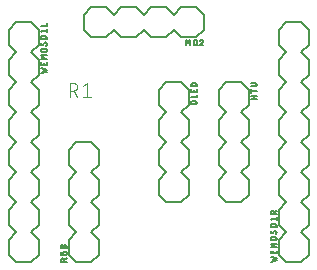
<source format=gbr>
G04 EAGLE Gerber X2 export*
%TF.Part,Single*%
%TF.FileFunction,Legend,Top,1*%
%TF.FilePolarity,Positive*%
%TF.GenerationSoftware,Autodesk,EAGLE,9.1.1*%
%TF.CreationDate,2018-08-03T17:53:41Z*%
G75*
%MOMM*%
%FSLAX34Y34*%
%LPD*%
%AMOC8*
5,1,8,0,0,1.08239X$1,22.5*%
G01*
%ADD10C,0.203200*%
%ADD11C,0.127000*%
%ADD12C,0.101600*%


D10*
X215900Y95250D02*
X215900Y82550D01*
X209550Y76200D01*
X196850Y76200D02*
X190500Y82550D01*
X215900Y120650D02*
X209550Y127000D01*
X215900Y120650D02*
X215900Y107950D01*
X209550Y101600D01*
X196850Y101600D02*
X190500Y107950D01*
X190500Y120650D01*
X196850Y127000D01*
X209550Y101600D02*
X215900Y95250D01*
X196850Y101600D02*
X190500Y95250D01*
X190500Y82550D01*
X215900Y158750D02*
X215900Y171450D01*
X215900Y158750D02*
X209550Y152400D01*
X196850Y152400D02*
X190500Y158750D01*
X209550Y152400D02*
X215900Y146050D01*
X215900Y133350D01*
X209550Y127000D01*
X196850Y127000D02*
X190500Y133350D01*
X190500Y146050D01*
X196850Y152400D01*
X196850Y177800D02*
X209550Y177800D01*
X215900Y171450D01*
X196850Y177800D02*
X190500Y171450D01*
X190500Y158750D01*
X196850Y76200D02*
X209550Y76200D01*
D11*
X217805Y163877D02*
X222631Y163877D01*
X219950Y163877D02*
X219950Y166558D01*
X217805Y166558D02*
X222631Y166558D01*
X222631Y170521D02*
X217805Y170521D01*
X217805Y169180D02*
X217805Y171862D01*
X217805Y174484D02*
X221290Y174484D01*
X221290Y174483D02*
X221361Y174485D01*
X221433Y174491D01*
X221503Y174500D01*
X221573Y174513D01*
X221643Y174530D01*
X221711Y174551D01*
X221778Y174575D01*
X221844Y174603D01*
X221908Y174634D01*
X221971Y174669D01*
X222031Y174707D01*
X222090Y174748D01*
X222146Y174792D01*
X222200Y174839D01*
X222251Y174888D01*
X222299Y174941D01*
X222345Y174996D01*
X222387Y175053D01*
X222427Y175113D01*
X222463Y175174D01*
X222496Y175238D01*
X222525Y175303D01*
X222551Y175369D01*
X222574Y175437D01*
X222593Y175506D01*
X222608Y175576D01*
X222619Y175646D01*
X222627Y175717D01*
X222631Y175788D01*
X222631Y175860D01*
X222627Y175931D01*
X222619Y176002D01*
X222608Y176072D01*
X222593Y176142D01*
X222574Y176211D01*
X222551Y176279D01*
X222525Y176345D01*
X222496Y176410D01*
X222463Y176474D01*
X222427Y176535D01*
X222387Y176595D01*
X222345Y176652D01*
X222299Y176707D01*
X222251Y176760D01*
X222200Y176809D01*
X222146Y176856D01*
X222090Y176900D01*
X222031Y176941D01*
X221971Y176979D01*
X221908Y177014D01*
X221844Y177045D01*
X221778Y177073D01*
X221711Y177097D01*
X221643Y177118D01*
X221573Y177135D01*
X221503Y177148D01*
X221433Y177157D01*
X221361Y177163D01*
X221290Y177165D01*
X217805Y177165D01*
D10*
X95250Y215900D02*
X82550Y215900D01*
X76200Y222250D01*
X76200Y234950D02*
X82550Y241300D01*
X120650Y215900D02*
X127000Y222250D01*
X120650Y215900D02*
X107950Y215900D01*
X101600Y222250D01*
X101600Y234950D02*
X107950Y241300D01*
X120650Y241300D01*
X127000Y234950D01*
X101600Y222250D02*
X95250Y215900D01*
X101600Y234950D02*
X95250Y241300D01*
X82550Y241300D01*
X158750Y215900D02*
X171450Y215900D01*
X158750Y215900D02*
X152400Y222250D01*
X152400Y234950D02*
X158750Y241300D01*
X152400Y222250D02*
X146050Y215900D01*
X133350Y215900D01*
X127000Y222250D01*
X127000Y234950D02*
X133350Y241300D01*
X146050Y241300D01*
X152400Y234950D01*
X177800Y234950D02*
X177800Y222250D01*
X171450Y215900D01*
X177800Y234950D02*
X171450Y241300D01*
X158750Y241300D01*
X76200Y234950D02*
X76200Y222250D01*
D11*
X162512Y213995D02*
X162512Y209169D01*
X164120Y211314D02*
X162512Y213995D01*
X164120Y211314D02*
X165729Y213995D01*
X165729Y209169D01*
X169392Y210510D02*
X169392Y212654D01*
X169391Y212654D02*
X169393Y212725D01*
X169399Y212797D01*
X169408Y212867D01*
X169421Y212937D01*
X169438Y213007D01*
X169459Y213075D01*
X169483Y213142D01*
X169511Y213208D01*
X169542Y213272D01*
X169577Y213335D01*
X169615Y213395D01*
X169656Y213454D01*
X169700Y213510D01*
X169747Y213564D01*
X169796Y213615D01*
X169849Y213663D01*
X169904Y213709D01*
X169961Y213751D01*
X170021Y213791D01*
X170082Y213827D01*
X170146Y213860D01*
X170211Y213889D01*
X170277Y213915D01*
X170345Y213938D01*
X170414Y213957D01*
X170484Y213972D01*
X170554Y213983D01*
X170625Y213991D01*
X170696Y213995D01*
X170768Y213995D01*
X170839Y213991D01*
X170910Y213983D01*
X170980Y213972D01*
X171050Y213957D01*
X171119Y213938D01*
X171187Y213915D01*
X171253Y213889D01*
X171318Y213860D01*
X171382Y213827D01*
X171443Y213791D01*
X171503Y213751D01*
X171560Y213709D01*
X171615Y213663D01*
X171668Y213615D01*
X171717Y213564D01*
X171764Y213510D01*
X171808Y213454D01*
X171849Y213395D01*
X171887Y213335D01*
X171922Y213272D01*
X171953Y213208D01*
X171981Y213142D01*
X172005Y213075D01*
X172026Y213007D01*
X172043Y212937D01*
X172056Y212867D01*
X172065Y212797D01*
X172071Y212725D01*
X172073Y212654D01*
X172073Y210510D01*
X172071Y210439D01*
X172065Y210367D01*
X172056Y210297D01*
X172043Y210227D01*
X172026Y210157D01*
X172005Y210089D01*
X171981Y210022D01*
X171953Y209956D01*
X171922Y209892D01*
X171887Y209829D01*
X171849Y209769D01*
X171808Y209710D01*
X171764Y209654D01*
X171717Y209600D01*
X171668Y209549D01*
X171615Y209501D01*
X171560Y209455D01*
X171503Y209413D01*
X171443Y209373D01*
X171382Y209337D01*
X171318Y209304D01*
X171253Y209275D01*
X171187Y209249D01*
X171119Y209226D01*
X171050Y209207D01*
X170980Y209192D01*
X170910Y209181D01*
X170839Y209173D01*
X170768Y209169D01*
X170696Y209169D01*
X170625Y209173D01*
X170554Y209181D01*
X170484Y209192D01*
X170414Y209207D01*
X170345Y209226D01*
X170277Y209249D01*
X170211Y209275D01*
X170146Y209304D01*
X170082Y209337D01*
X170021Y209373D01*
X169961Y209413D01*
X169904Y209455D01*
X169849Y209501D01*
X169796Y209549D01*
X169747Y209600D01*
X169700Y209654D01*
X169656Y209710D01*
X169615Y209769D01*
X169577Y209829D01*
X169542Y209892D01*
X169511Y209956D01*
X169483Y210022D01*
X169459Y210089D01*
X169438Y210157D01*
X169421Y210227D01*
X169408Y210297D01*
X169399Y210367D01*
X169393Y210439D01*
X169391Y210510D01*
X171537Y210241D02*
X172609Y209169D01*
X177166Y212788D02*
X177164Y212856D01*
X177158Y212923D01*
X177149Y212990D01*
X177136Y213057D01*
X177119Y213122D01*
X177098Y213187D01*
X177074Y213250D01*
X177046Y213312D01*
X177015Y213372D01*
X176981Y213430D01*
X176943Y213486D01*
X176903Y213541D01*
X176859Y213592D01*
X176812Y213641D01*
X176763Y213688D01*
X176712Y213732D01*
X176657Y213772D01*
X176601Y213810D01*
X176543Y213844D01*
X176483Y213875D01*
X176421Y213903D01*
X176358Y213927D01*
X176293Y213948D01*
X176228Y213965D01*
X176161Y213978D01*
X176094Y213987D01*
X176027Y213993D01*
X175959Y213995D01*
X175881Y213993D01*
X175803Y213987D01*
X175726Y213977D01*
X175649Y213964D01*
X175573Y213946D01*
X175498Y213925D01*
X175424Y213900D01*
X175352Y213871D01*
X175281Y213839D01*
X175212Y213803D01*
X175144Y213764D01*
X175079Y213721D01*
X175016Y213675D01*
X174955Y213626D01*
X174897Y213574D01*
X174842Y213519D01*
X174789Y213462D01*
X174740Y213402D01*
X174693Y213339D01*
X174650Y213275D01*
X174610Y213208D01*
X174573Y213139D01*
X174540Y213068D01*
X174510Y212996D01*
X174484Y212923D01*
X176763Y211850D02*
X176812Y211899D01*
X176859Y211951D01*
X176902Y212006D01*
X176943Y212063D01*
X176981Y212122D01*
X177015Y212183D01*
X177046Y212246D01*
X177074Y212310D01*
X177098Y212376D01*
X177118Y212442D01*
X177135Y212510D01*
X177148Y212579D01*
X177157Y212648D01*
X177163Y212718D01*
X177165Y212788D01*
X176763Y211850D02*
X174484Y209169D01*
X177165Y209169D01*
D10*
X165100Y95250D02*
X165100Y82550D01*
X158750Y76200D01*
X146050Y76200D02*
X139700Y82550D01*
X165100Y120650D02*
X158750Y127000D01*
X165100Y120650D02*
X165100Y107950D01*
X158750Y101600D01*
X146050Y101600D02*
X139700Y107950D01*
X139700Y120650D01*
X146050Y127000D01*
X158750Y101600D02*
X165100Y95250D01*
X146050Y101600D02*
X139700Y95250D01*
X139700Y82550D01*
X165100Y158750D02*
X165100Y171450D01*
X165100Y158750D02*
X158750Y152400D01*
X146050Y152400D02*
X139700Y158750D01*
X158750Y152400D02*
X165100Y146050D01*
X165100Y133350D01*
X158750Y127000D01*
X146050Y127000D02*
X139700Y133350D01*
X139700Y146050D01*
X146050Y152400D01*
X146050Y177800D02*
X158750Y177800D01*
X165100Y171450D01*
X146050Y177800D02*
X139700Y171450D01*
X139700Y158750D01*
X146050Y76200D02*
X158750Y76200D01*
D11*
X168346Y159305D02*
X170490Y159305D01*
X168346Y159305D02*
X168275Y159307D01*
X168203Y159313D01*
X168133Y159322D01*
X168063Y159335D01*
X167993Y159352D01*
X167925Y159373D01*
X167858Y159397D01*
X167792Y159425D01*
X167728Y159456D01*
X167665Y159491D01*
X167605Y159529D01*
X167546Y159570D01*
X167490Y159614D01*
X167436Y159661D01*
X167385Y159710D01*
X167337Y159763D01*
X167291Y159818D01*
X167249Y159875D01*
X167209Y159935D01*
X167173Y159996D01*
X167140Y160060D01*
X167111Y160125D01*
X167085Y160191D01*
X167062Y160259D01*
X167043Y160328D01*
X167028Y160398D01*
X167017Y160468D01*
X167009Y160539D01*
X167005Y160610D01*
X167005Y160682D01*
X167009Y160753D01*
X167017Y160824D01*
X167028Y160894D01*
X167043Y160964D01*
X167062Y161033D01*
X167085Y161101D01*
X167111Y161167D01*
X167140Y161232D01*
X167173Y161296D01*
X167209Y161357D01*
X167249Y161417D01*
X167291Y161474D01*
X167337Y161529D01*
X167385Y161582D01*
X167436Y161631D01*
X167490Y161678D01*
X167546Y161722D01*
X167605Y161763D01*
X167665Y161801D01*
X167728Y161836D01*
X167792Y161867D01*
X167858Y161895D01*
X167925Y161919D01*
X167993Y161940D01*
X168063Y161957D01*
X168133Y161970D01*
X168203Y161979D01*
X168275Y161985D01*
X168346Y161987D01*
X168346Y161986D02*
X170490Y161986D01*
X170490Y161987D02*
X170561Y161985D01*
X170633Y161979D01*
X170703Y161970D01*
X170773Y161957D01*
X170843Y161940D01*
X170911Y161919D01*
X170978Y161895D01*
X171044Y161867D01*
X171108Y161836D01*
X171171Y161801D01*
X171231Y161763D01*
X171290Y161722D01*
X171346Y161678D01*
X171400Y161631D01*
X171451Y161582D01*
X171499Y161529D01*
X171545Y161474D01*
X171587Y161417D01*
X171627Y161357D01*
X171663Y161296D01*
X171696Y161232D01*
X171725Y161167D01*
X171751Y161101D01*
X171774Y161033D01*
X171793Y160964D01*
X171808Y160894D01*
X171819Y160824D01*
X171827Y160753D01*
X171831Y160682D01*
X171831Y160610D01*
X171827Y160539D01*
X171819Y160468D01*
X171808Y160398D01*
X171793Y160328D01*
X171774Y160259D01*
X171751Y160191D01*
X171725Y160125D01*
X171696Y160060D01*
X171663Y159996D01*
X171627Y159935D01*
X171587Y159875D01*
X171545Y159818D01*
X171499Y159763D01*
X171451Y159710D01*
X171400Y159661D01*
X171346Y159614D01*
X171290Y159570D01*
X171231Y159529D01*
X171171Y159491D01*
X171108Y159456D01*
X171044Y159425D01*
X170978Y159397D01*
X170911Y159373D01*
X170843Y159352D01*
X170773Y159335D01*
X170703Y159322D01*
X170633Y159313D01*
X170561Y159307D01*
X170490Y159305D01*
X171831Y164994D02*
X167005Y164994D01*
X171831Y164994D02*
X171831Y167139D01*
X171831Y169749D02*
X171831Y171893D01*
X171831Y169749D02*
X167005Y169749D01*
X167005Y171893D01*
X169150Y171357D02*
X169150Y169749D01*
X167005Y174484D02*
X171831Y174484D01*
X167005Y174484D02*
X167005Y175824D01*
X167007Y175894D01*
X167012Y175964D01*
X167022Y176034D01*
X167034Y176103D01*
X167051Y176171D01*
X167071Y176238D01*
X167094Y176305D01*
X167121Y176369D01*
X167151Y176433D01*
X167185Y176495D01*
X167221Y176554D01*
X167261Y176612D01*
X167304Y176668D01*
X167349Y176721D01*
X167398Y176772D01*
X167449Y176821D01*
X167502Y176866D01*
X167558Y176909D01*
X167616Y176949D01*
X167676Y176985D01*
X167737Y177019D01*
X167801Y177049D01*
X167865Y177076D01*
X167932Y177099D01*
X167999Y177119D01*
X168067Y177136D01*
X168136Y177148D01*
X168206Y177158D01*
X168276Y177163D01*
X168346Y177165D01*
X170490Y177165D01*
X170560Y177163D01*
X170630Y177158D01*
X170700Y177148D01*
X170769Y177136D01*
X170837Y177119D01*
X170904Y177099D01*
X170971Y177076D01*
X171035Y177049D01*
X171099Y177019D01*
X171161Y176985D01*
X171220Y176949D01*
X171278Y176909D01*
X171334Y176866D01*
X171387Y176821D01*
X171438Y176772D01*
X171487Y176721D01*
X171532Y176668D01*
X171575Y176612D01*
X171615Y176554D01*
X171651Y176494D01*
X171685Y176433D01*
X171715Y176369D01*
X171742Y176305D01*
X171765Y176238D01*
X171785Y176171D01*
X171802Y176103D01*
X171814Y176034D01*
X171824Y175964D01*
X171829Y175894D01*
X171831Y175824D01*
X171831Y174484D01*
D12*
X64195Y177292D02*
X64195Y165608D01*
X64195Y177292D02*
X67440Y177292D01*
X67553Y177290D01*
X67666Y177284D01*
X67779Y177274D01*
X67892Y177260D01*
X68004Y177243D01*
X68115Y177221D01*
X68225Y177196D01*
X68335Y177166D01*
X68443Y177133D01*
X68550Y177096D01*
X68656Y177056D01*
X68760Y177011D01*
X68863Y176963D01*
X68964Y176912D01*
X69063Y176857D01*
X69160Y176799D01*
X69255Y176737D01*
X69348Y176672D01*
X69438Y176604D01*
X69526Y176533D01*
X69612Y176458D01*
X69695Y176381D01*
X69775Y176301D01*
X69852Y176218D01*
X69927Y176132D01*
X69998Y176044D01*
X70066Y175954D01*
X70131Y175861D01*
X70193Y175766D01*
X70251Y175669D01*
X70306Y175570D01*
X70357Y175469D01*
X70405Y175366D01*
X70450Y175262D01*
X70490Y175156D01*
X70527Y175049D01*
X70560Y174941D01*
X70590Y174831D01*
X70615Y174721D01*
X70637Y174610D01*
X70654Y174498D01*
X70668Y174385D01*
X70678Y174272D01*
X70684Y174159D01*
X70686Y174046D01*
X70684Y173933D01*
X70678Y173820D01*
X70668Y173707D01*
X70654Y173594D01*
X70637Y173482D01*
X70615Y173371D01*
X70590Y173261D01*
X70560Y173151D01*
X70527Y173043D01*
X70490Y172936D01*
X70450Y172830D01*
X70405Y172726D01*
X70357Y172623D01*
X70306Y172522D01*
X70251Y172423D01*
X70193Y172326D01*
X70131Y172231D01*
X70066Y172138D01*
X69998Y172048D01*
X69927Y171960D01*
X69852Y171874D01*
X69775Y171791D01*
X69695Y171711D01*
X69612Y171634D01*
X69526Y171559D01*
X69438Y171488D01*
X69348Y171420D01*
X69255Y171355D01*
X69160Y171293D01*
X69063Y171235D01*
X68964Y171180D01*
X68863Y171129D01*
X68760Y171081D01*
X68656Y171036D01*
X68550Y170996D01*
X68443Y170959D01*
X68335Y170926D01*
X68225Y170896D01*
X68115Y170871D01*
X68004Y170849D01*
X67892Y170832D01*
X67779Y170818D01*
X67666Y170808D01*
X67553Y170802D01*
X67440Y170800D01*
X67440Y170801D02*
X64195Y170801D01*
X68089Y170801D02*
X70686Y165608D01*
X75551Y174696D02*
X78796Y177292D01*
X78796Y165608D01*
X75551Y165608D02*
X82042Y165608D01*
D10*
X63500Y120650D02*
X63500Y107950D01*
X63500Y120650D02*
X69850Y127000D01*
X82550Y127000D02*
X88900Y120650D01*
X63500Y82550D02*
X69850Y76200D01*
X63500Y82550D02*
X63500Y95250D01*
X69850Y101600D01*
X82550Y101600D02*
X88900Y95250D01*
X88900Y82550D01*
X82550Y76200D01*
X69850Y101600D02*
X63500Y107950D01*
X82550Y101600D02*
X88900Y107950D01*
X88900Y120650D01*
X63500Y44450D02*
X63500Y31750D01*
X63500Y44450D02*
X69850Y50800D01*
X82550Y50800D02*
X88900Y44450D01*
X69850Y50800D02*
X63500Y57150D01*
X63500Y69850D01*
X69850Y76200D01*
X82550Y76200D02*
X88900Y69850D01*
X88900Y57150D01*
X82550Y50800D01*
X82550Y25400D02*
X69850Y25400D01*
X63500Y31750D01*
X82550Y25400D02*
X88900Y31750D01*
X88900Y44450D01*
X82550Y127000D02*
X69850Y127000D01*
D11*
X61595Y26035D02*
X56769Y26035D01*
X56769Y27376D01*
X56771Y27447D01*
X56777Y27519D01*
X56786Y27589D01*
X56799Y27659D01*
X56816Y27729D01*
X56837Y27797D01*
X56861Y27864D01*
X56889Y27930D01*
X56920Y27994D01*
X56955Y28057D01*
X56993Y28117D01*
X57034Y28176D01*
X57078Y28232D01*
X57125Y28286D01*
X57174Y28337D01*
X57227Y28385D01*
X57282Y28431D01*
X57339Y28473D01*
X57399Y28513D01*
X57460Y28549D01*
X57524Y28582D01*
X57589Y28611D01*
X57655Y28637D01*
X57723Y28660D01*
X57792Y28679D01*
X57862Y28694D01*
X57932Y28705D01*
X58003Y28713D01*
X58074Y28717D01*
X58146Y28717D01*
X58217Y28713D01*
X58288Y28705D01*
X58358Y28694D01*
X58428Y28679D01*
X58497Y28660D01*
X58565Y28637D01*
X58631Y28611D01*
X58696Y28582D01*
X58760Y28549D01*
X58821Y28513D01*
X58881Y28473D01*
X58938Y28431D01*
X58993Y28385D01*
X59046Y28337D01*
X59095Y28286D01*
X59142Y28232D01*
X59186Y28176D01*
X59227Y28117D01*
X59265Y28057D01*
X59300Y27994D01*
X59331Y27930D01*
X59359Y27864D01*
X59383Y27797D01*
X59404Y27729D01*
X59421Y27659D01*
X59434Y27589D01*
X59443Y27519D01*
X59449Y27447D01*
X59451Y27376D01*
X59450Y27376D02*
X59450Y26035D01*
X59450Y27644D02*
X61595Y28716D01*
X58914Y33517D02*
X58914Y34322D01*
X61595Y34322D01*
X61595Y32713D01*
X61593Y32648D01*
X61587Y32584D01*
X61577Y32520D01*
X61564Y32456D01*
X61546Y32394D01*
X61525Y32333D01*
X61501Y32273D01*
X61472Y32215D01*
X61440Y32158D01*
X61405Y32104D01*
X61367Y32052D01*
X61325Y32002D01*
X61281Y31955D01*
X61234Y31911D01*
X61184Y31869D01*
X61132Y31831D01*
X61078Y31796D01*
X61021Y31764D01*
X60963Y31735D01*
X60903Y31711D01*
X60842Y31690D01*
X60780Y31672D01*
X60716Y31659D01*
X60652Y31649D01*
X60588Y31643D01*
X60523Y31641D01*
X57841Y31641D01*
X57841Y31640D02*
X57776Y31642D01*
X57712Y31648D01*
X57648Y31658D01*
X57584Y31671D01*
X57522Y31689D01*
X57461Y31710D01*
X57401Y31735D01*
X57342Y31763D01*
X57286Y31795D01*
X57231Y31830D01*
X57179Y31868D01*
X57129Y31910D01*
X57082Y31954D01*
X57038Y32001D01*
X56996Y32051D01*
X56958Y32103D01*
X56923Y32158D01*
X56891Y32214D01*
X56863Y32273D01*
X56838Y32332D01*
X56817Y32394D01*
X56799Y32456D01*
X56786Y32520D01*
X56776Y32584D01*
X56770Y32648D01*
X56768Y32713D01*
X56769Y32713D02*
X56769Y34322D01*
X58914Y37639D02*
X58914Y38980D01*
X58913Y38980D02*
X58915Y39051D01*
X58921Y39123D01*
X58930Y39193D01*
X58943Y39263D01*
X58960Y39333D01*
X58981Y39401D01*
X59005Y39468D01*
X59033Y39534D01*
X59064Y39598D01*
X59099Y39661D01*
X59137Y39721D01*
X59178Y39780D01*
X59222Y39836D01*
X59269Y39890D01*
X59318Y39941D01*
X59371Y39989D01*
X59426Y40035D01*
X59483Y40077D01*
X59543Y40117D01*
X59604Y40153D01*
X59668Y40186D01*
X59733Y40215D01*
X59799Y40241D01*
X59867Y40264D01*
X59936Y40283D01*
X60006Y40298D01*
X60076Y40309D01*
X60147Y40317D01*
X60218Y40321D01*
X60290Y40321D01*
X60361Y40317D01*
X60432Y40309D01*
X60502Y40298D01*
X60572Y40283D01*
X60641Y40264D01*
X60709Y40241D01*
X60775Y40215D01*
X60840Y40186D01*
X60904Y40153D01*
X60965Y40117D01*
X61025Y40077D01*
X61082Y40035D01*
X61137Y39989D01*
X61190Y39941D01*
X61239Y39890D01*
X61286Y39836D01*
X61330Y39780D01*
X61371Y39721D01*
X61409Y39661D01*
X61444Y39598D01*
X61475Y39534D01*
X61503Y39468D01*
X61527Y39401D01*
X61548Y39333D01*
X61565Y39263D01*
X61578Y39193D01*
X61587Y39123D01*
X61593Y39051D01*
X61595Y38980D01*
X61595Y37639D01*
X56769Y37639D01*
X56769Y38980D01*
X56771Y39045D01*
X56777Y39109D01*
X56787Y39173D01*
X56800Y39237D01*
X56818Y39299D01*
X56839Y39360D01*
X56863Y39420D01*
X56892Y39478D01*
X56924Y39535D01*
X56959Y39589D01*
X56997Y39641D01*
X57039Y39691D01*
X57083Y39738D01*
X57130Y39782D01*
X57180Y39824D01*
X57232Y39862D01*
X57286Y39897D01*
X57343Y39929D01*
X57401Y39958D01*
X57461Y39982D01*
X57522Y40003D01*
X57584Y40021D01*
X57648Y40034D01*
X57712Y40044D01*
X57776Y40050D01*
X57841Y40052D01*
X57906Y40050D01*
X57970Y40044D01*
X58034Y40034D01*
X58098Y40021D01*
X58160Y40003D01*
X58221Y39982D01*
X58281Y39958D01*
X58339Y39929D01*
X58396Y39897D01*
X58450Y39862D01*
X58502Y39824D01*
X58552Y39782D01*
X58599Y39738D01*
X58643Y39691D01*
X58685Y39641D01*
X58723Y39589D01*
X58758Y39535D01*
X58790Y39478D01*
X58819Y39420D01*
X58843Y39360D01*
X58864Y39299D01*
X58882Y39237D01*
X58895Y39173D01*
X58905Y39109D01*
X58911Y39045D01*
X58913Y38980D01*
D10*
X241300Y184150D02*
X241300Y196850D01*
X247650Y203200D01*
X260350Y203200D02*
X266700Y196850D01*
X241300Y158750D02*
X247650Y152400D01*
X241300Y158750D02*
X241300Y171450D01*
X247650Y177800D01*
X260350Y177800D02*
X266700Y171450D01*
X266700Y158750D01*
X260350Y152400D01*
X247650Y177800D02*
X241300Y184150D01*
X260350Y177800D02*
X266700Y184150D01*
X266700Y196850D01*
X241300Y120650D02*
X241300Y107950D01*
X241300Y120650D02*
X247650Y127000D01*
X260350Y127000D02*
X266700Y120650D01*
X247650Y127000D02*
X241300Y133350D01*
X241300Y146050D01*
X247650Y152400D01*
X260350Y152400D02*
X266700Y146050D01*
X266700Y133350D01*
X260350Y127000D01*
X241300Y82550D02*
X247650Y76200D01*
X241300Y82550D02*
X241300Y95250D01*
X247650Y101600D01*
X260350Y101600D02*
X266700Y95250D01*
X266700Y82550D01*
X260350Y76200D01*
X247650Y101600D02*
X241300Y107950D01*
X260350Y101600D02*
X266700Y107950D01*
X266700Y120650D01*
X241300Y44450D02*
X241300Y31750D01*
X241300Y44450D02*
X247650Y50800D01*
X260350Y50800D02*
X266700Y44450D01*
X247650Y50800D02*
X241300Y57150D01*
X241300Y69850D01*
X247650Y76200D01*
X260350Y76200D02*
X266700Y69850D01*
X266700Y57150D01*
X260350Y50800D01*
X260350Y25400D02*
X247650Y25400D01*
X241300Y31750D01*
X260350Y25400D02*
X266700Y31750D01*
X266700Y44450D01*
X241300Y209550D02*
X241300Y222250D01*
X247650Y228600D01*
X260350Y228600D01*
X266700Y222250D01*
X247650Y203200D02*
X241300Y209550D01*
X260350Y203200D02*
X266700Y209550D01*
X266700Y222250D01*
D11*
X239395Y27107D02*
X234569Y26035D01*
X236178Y28180D02*
X239395Y27107D01*
X239395Y29252D02*
X236178Y28180D01*
X234569Y30325D02*
X239395Y29252D01*
X239395Y33260D02*
X239395Y35405D01*
X239395Y33260D02*
X234569Y33260D01*
X234569Y35405D01*
X236714Y34868D02*
X236714Y33260D01*
X234569Y38093D02*
X239395Y38093D01*
X237250Y39701D02*
X234569Y38093D01*
X237250Y39701D02*
X234569Y41310D01*
X239395Y41310D01*
X238054Y44396D02*
X235910Y44396D01*
X235910Y44395D02*
X235839Y44397D01*
X235767Y44403D01*
X235697Y44412D01*
X235627Y44425D01*
X235557Y44442D01*
X235489Y44463D01*
X235422Y44487D01*
X235356Y44515D01*
X235292Y44546D01*
X235229Y44581D01*
X235169Y44619D01*
X235110Y44660D01*
X235054Y44704D01*
X235000Y44751D01*
X234949Y44800D01*
X234901Y44853D01*
X234855Y44908D01*
X234813Y44965D01*
X234773Y45025D01*
X234737Y45086D01*
X234704Y45150D01*
X234675Y45215D01*
X234649Y45281D01*
X234626Y45349D01*
X234607Y45418D01*
X234592Y45488D01*
X234581Y45558D01*
X234573Y45629D01*
X234569Y45700D01*
X234569Y45772D01*
X234573Y45843D01*
X234581Y45914D01*
X234592Y45984D01*
X234607Y46054D01*
X234626Y46123D01*
X234649Y46191D01*
X234675Y46257D01*
X234704Y46322D01*
X234737Y46386D01*
X234773Y46447D01*
X234813Y46507D01*
X234855Y46564D01*
X234901Y46619D01*
X234949Y46672D01*
X235000Y46721D01*
X235054Y46768D01*
X235110Y46812D01*
X235169Y46853D01*
X235229Y46891D01*
X235292Y46926D01*
X235356Y46957D01*
X235422Y46985D01*
X235489Y47009D01*
X235557Y47030D01*
X235627Y47047D01*
X235697Y47060D01*
X235767Y47069D01*
X235839Y47075D01*
X235910Y47077D01*
X238054Y47077D01*
X238125Y47075D01*
X238197Y47069D01*
X238267Y47060D01*
X238337Y47047D01*
X238407Y47030D01*
X238475Y47009D01*
X238542Y46985D01*
X238608Y46957D01*
X238672Y46926D01*
X238735Y46891D01*
X238795Y46853D01*
X238854Y46812D01*
X238910Y46768D01*
X238964Y46721D01*
X239015Y46672D01*
X239063Y46619D01*
X239109Y46564D01*
X239151Y46507D01*
X239191Y46447D01*
X239227Y46386D01*
X239260Y46322D01*
X239289Y46257D01*
X239315Y46191D01*
X239338Y46123D01*
X239357Y46054D01*
X239372Y45984D01*
X239383Y45914D01*
X239391Y45843D01*
X239395Y45772D01*
X239395Y45700D01*
X239391Y45629D01*
X239383Y45558D01*
X239372Y45488D01*
X239357Y45418D01*
X239338Y45349D01*
X239315Y45281D01*
X239289Y45215D01*
X239260Y45150D01*
X239227Y45086D01*
X239191Y45025D01*
X239151Y44965D01*
X239109Y44908D01*
X239063Y44853D01*
X239015Y44800D01*
X238964Y44751D01*
X238910Y44704D01*
X238854Y44660D01*
X238795Y44619D01*
X238735Y44581D01*
X238672Y44546D01*
X238608Y44515D01*
X238542Y44487D01*
X238475Y44463D01*
X238407Y44442D01*
X238337Y44425D01*
X238267Y44412D01*
X238197Y44403D01*
X238125Y44397D01*
X238054Y44395D01*
X239395Y51308D02*
X239393Y51373D01*
X239387Y51437D01*
X239377Y51501D01*
X239364Y51565D01*
X239346Y51627D01*
X239325Y51688D01*
X239301Y51748D01*
X239272Y51806D01*
X239240Y51863D01*
X239205Y51917D01*
X239167Y51969D01*
X239125Y52019D01*
X239081Y52066D01*
X239034Y52110D01*
X238984Y52152D01*
X238932Y52190D01*
X238878Y52225D01*
X238821Y52257D01*
X238763Y52286D01*
X238703Y52310D01*
X238642Y52331D01*
X238580Y52349D01*
X238516Y52362D01*
X238452Y52372D01*
X238388Y52378D01*
X238323Y52380D01*
X239395Y51308D02*
X239393Y51214D01*
X239387Y51120D01*
X239377Y51026D01*
X239364Y50933D01*
X239346Y50841D01*
X239325Y50749D01*
X239300Y50658D01*
X239271Y50568D01*
X239238Y50480D01*
X239202Y50393D01*
X239162Y50308D01*
X239119Y50224D01*
X239072Y50143D01*
X239022Y50063D01*
X238969Y49985D01*
X238912Y49910D01*
X238853Y49837D01*
X238790Y49767D01*
X238725Y49699D01*
X235641Y49834D02*
X235576Y49836D01*
X235512Y49842D01*
X235448Y49852D01*
X235384Y49865D01*
X235322Y49883D01*
X235261Y49904D01*
X235201Y49928D01*
X235143Y49957D01*
X235086Y49989D01*
X235032Y50024D01*
X234980Y50062D01*
X234930Y50104D01*
X234883Y50148D01*
X234839Y50195D01*
X234797Y50245D01*
X234759Y50297D01*
X234724Y50351D01*
X234692Y50408D01*
X234663Y50466D01*
X234639Y50526D01*
X234618Y50587D01*
X234600Y50649D01*
X234587Y50713D01*
X234577Y50777D01*
X234571Y50841D01*
X234569Y50906D01*
X234571Y50992D01*
X234576Y51078D01*
X234586Y51164D01*
X234599Y51249D01*
X234615Y51334D01*
X234635Y51418D01*
X234659Y51501D01*
X234686Y51583D01*
X234717Y51663D01*
X234751Y51743D01*
X234789Y51820D01*
X234830Y51896D01*
X234874Y51970D01*
X234921Y52043D01*
X234971Y52113D01*
X236579Y50369D02*
X236546Y50316D01*
X236509Y50265D01*
X236470Y50216D01*
X236428Y50169D01*
X236383Y50125D01*
X236336Y50084D01*
X236287Y50045D01*
X236235Y50009D01*
X236181Y49976D01*
X236126Y49947D01*
X236069Y49921D01*
X236010Y49898D01*
X235951Y49878D01*
X235890Y49862D01*
X235829Y49849D01*
X235766Y49840D01*
X235704Y49835D01*
X235641Y49833D01*
X237385Y51844D02*
X237418Y51897D01*
X237455Y51948D01*
X237494Y51997D01*
X237536Y52044D01*
X237581Y52088D01*
X237628Y52129D01*
X237677Y52168D01*
X237729Y52204D01*
X237783Y52237D01*
X237838Y52266D01*
X237895Y52292D01*
X237954Y52315D01*
X238013Y52335D01*
X238074Y52351D01*
X238135Y52364D01*
X238198Y52373D01*
X238260Y52378D01*
X238323Y52380D01*
X237384Y51844D02*
X236580Y50369D01*
X234569Y55186D02*
X239395Y55186D01*
X234569Y55186D02*
X234569Y56526D01*
X234571Y56596D01*
X234576Y56666D01*
X234586Y56736D01*
X234598Y56805D01*
X234615Y56873D01*
X234635Y56940D01*
X234658Y57007D01*
X234685Y57071D01*
X234715Y57135D01*
X234749Y57197D01*
X234785Y57256D01*
X234825Y57314D01*
X234868Y57370D01*
X234913Y57423D01*
X234962Y57474D01*
X235013Y57523D01*
X235066Y57568D01*
X235122Y57611D01*
X235180Y57651D01*
X235240Y57687D01*
X235301Y57721D01*
X235365Y57751D01*
X235429Y57778D01*
X235496Y57801D01*
X235563Y57821D01*
X235631Y57838D01*
X235700Y57850D01*
X235770Y57860D01*
X235840Y57865D01*
X235910Y57867D01*
X238054Y57867D01*
X238124Y57865D01*
X238194Y57860D01*
X238264Y57850D01*
X238333Y57838D01*
X238401Y57821D01*
X238468Y57801D01*
X238535Y57778D01*
X238599Y57751D01*
X238663Y57721D01*
X238725Y57687D01*
X238784Y57651D01*
X238842Y57611D01*
X238898Y57568D01*
X238951Y57523D01*
X239002Y57474D01*
X239051Y57423D01*
X239096Y57370D01*
X239139Y57314D01*
X239179Y57256D01*
X239215Y57196D01*
X239249Y57135D01*
X239279Y57071D01*
X239306Y57007D01*
X239329Y56940D01*
X239349Y56873D01*
X239366Y56805D01*
X239378Y56736D01*
X239388Y56666D01*
X239393Y56596D01*
X239395Y56526D01*
X239395Y55186D01*
X235641Y60855D02*
X234569Y62195D01*
X239395Y62195D01*
X239395Y60855D02*
X239395Y63536D01*
X239395Y66588D02*
X234569Y66588D01*
X234569Y67928D01*
X234571Y67999D01*
X234577Y68071D01*
X234586Y68141D01*
X234599Y68211D01*
X234616Y68281D01*
X234637Y68349D01*
X234661Y68416D01*
X234689Y68482D01*
X234720Y68546D01*
X234755Y68609D01*
X234793Y68669D01*
X234834Y68728D01*
X234878Y68784D01*
X234925Y68838D01*
X234974Y68889D01*
X235027Y68937D01*
X235082Y68983D01*
X235139Y69025D01*
X235199Y69065D01*
X235260Y69101D01*
X235324Y69134D01*
X235389Y69163D01*
X235455Y69189D01*
X235523Y69212D01*
X235592Y69231D01*
X235662Y69246D01*
X235732Y69257D01*
X235803Y69265D01*
X235874Y69269D01*
X235946Y69269D01*
X236017Y69265D01*
X236088Y69257D01*
X236158Y69246D01*
X236228Y69231D01*
X236297Y69212D01*
X236365Y69189D01*
X236431Y69163D01*
X236496Y69134D01*
X236560Y69101D01*
X236621Y69065D01*
X236681Y69025D01*
X236738Y68983D01*
X236793Y68937D01*
X236846Y68889D01*
X236895Y68838D01*
X236942Y68784D01*
X236986Y68728D01*
X237027Y68669D01*
X237065Y68609D01*
X237100Y68546D01*
X237131Y68482D01*
X237159Y68416D01*
X237183Y68349D01*
X237204Y68281D01*
X237221Y68211D01*
X237234Y68141D01*
X237243Y68071D01*
X237249Y67999D01*
X237251Y67928D01*
X237250Y67928D02*
X237250Y66588D01*
X237250Y68196D02*
X239395Y69269D01*
D10*
X38100Y69850D02*
X38100Y57150D01*
X31750Y50800D01*
X19050Y50800D02*
X12700Y57150D01*
X38100Y95250D02*
X31750Y101600D01*
X38100Y95250D02*
X38100Y82550D01*
X31750Y76200D01*
X19050Y76200D02*
X12700Y82550D01*
X12700Y95250D01*
X19050Y101600D01*
X31750Y76200D02*
X38100Y69850D01*
X19050Y76200D02*
X12700Y69850D01*
X12700Y57150D01*
X38100Y133350D02*
X38100Y146050D01*
X38100Y133350D02*
X31750Y127000D01*
X19050Y127000D02*
X12700Y133350D01*
X31750Y127000D02*
X38100Y120650D01*
X38100Y107950D01*
X31750Y101600D01*
X19050Y101600D02*
X12700Y107950D01*
X12700Y120650D01*
X19050Y127000D01*
X38100Y171450D02*
X31750Y177800D01*
X38100Y171450D02*
X38100Y158750D01*
X31750Y152400D01*
X19050Y152400D02*
X12700Y158750D01*
X12700Y171450D01*
X19050Y177800D01*
X31750Y152400D02*
X38100Y146050D01*
X19050Y152400D02*
X12700Y146050D01*
X12700Y133350D01*
X38100Y209550D02*
X38100Y222250D01*
X38100Y209550D02*
X31750Y203200D01*
X19050Y203200D02*
X12700Y209550D01*
X31750Y203200D02*
X38100Y196850D01*
X38100Y184150D01*
X31750Y177800D01*
X19050Y177800D02*
X12700Y184150D01*
X12700Y196850D01*
X19050Y203200D01*
X19050Y228600D02*
X31750Y228600D01*
X38100Y222250D01*
X19050Y228600D02*
X12700Y222250D01*
X12700Y209550D01*
X38100Y44450D02*
X38100Y31750D01*
X31750Y25400D01*
X19050Y25400D01*
X12700Y31750D01*
X31750Y50800D02*
X38100Y44450D01*
X19050Y50800D02*
X12700Y44450D01*
X12700Y31750D01*
D11*
X40005Y185312D02*
X44831Y186384D01*
X41614Y187456D01*
X44831Y188529D01*
X40005Y189601D01*
X44831Y192536D02*
X44831Y194681D01*
X44831Y192536D02*
X40005Y192536D01*
X40005Y194681D01*
X42150Y194145D02*
X42150Y192536D01*
X40005Y197369D02*
X44831Y197369D01*
X42686Y198978D02*
X40005Y197369D01*
X42686Y198978D02*
X40005Y200586D01*
X44831Y200586D01*
X43490Y203672D02*
X41346Y203672D01*
X41275Y203674D01*
X41203Y203680D01*
X41133Y203689D01*
X41063Y203702D01*
X40993Y203719D01*
X40925Y203740D01*
X40858Y203764D01*
X40792Y203792D01*
X40728Y203823D01*
X40665Y203858D01*
X40605Y203896D01*
X40546Y203937D01*
X40490Y203981D01*
X40436Y204028D01*
X40385Y204077D01*
X40337Y204130D01*
X40291Y204185D01*
X40249Y204242D01*
X40209Y204302D01*
X40173Y204363D01*
X40140Y204427D01*
X40111Y204492D01*
X40085Y204558D01*
X40062Y204626D01*
X40043Y204695D01*
X40028Y204765D01*
X40017Y204835D01*
X40009Y204906D01*
X40005Y204977D01*
X40005Y205049D01*
X40009Y205120D01*
X40017Y205191D01*
X40028Y205261D01*
X40043Y205331D01*
X40062Y205400D01*
X40085Y205468D01*
X40111Y205534D01*
X40140Y205599D01*
X40173Y205663D01*
X40209Y205724D01*
X40249Y205784D01*
X40291Y205841D01*
X40337Y205896D01*
X40385Y205949D01*
X40436Y205998D01*
X40490Y206045D01*
X40546Y206089D01*
X40605Y206130D01*
X40665Y206168D01*
X40728Y206203D01*
X40792Y206234D01*
X40858Y206262D01*
X40925Y206286D01*
X40993Y206307D01*
X41063Y206324D01*
X41133Y206337D01*
X41203Y206346D01*
X41275Y206352D01*
X41346Y206354D01*
X41346Y206353D02*
X43490Y206353D01*
X43490Y206354D02*
X43561Y206352D01*
X43633Y206346D01*
X43703Y206337D01*
X43773Y206324D01*
X43843Y206307D01*
X43911Y206286D01*
X43978Y206262D01*
X44044Y206234D01*
X44108Y206203D01*
X44171Y206168D01*
X44231Y206130D01*
X44290Y206089D01*
X44346Y206045D01*
X44400Y205998D01*
X44451Y205949D01*
X44499Y205896D01*
X44545Y205841D01*
X44587Y205784D01*
X44627Y205724D01*
X44663Y205663D01*
X44696Y205599D01*
X44725Y205534D01*
X44751Y205468D01*
X44774Y205400D01*
X44793Y205331D01*
X44808Y205261D01*
X44819Y205191D01*
X44827Y205120D01*
X44831Y205049D01*
X44831Y204977D01*
X44827Y204906D01*
X44819Y204835D01*
X44808Y204765D01*
X44793Y204695D01*
X44774Y204626D01*
X44751Y204558D01*
X44725Y204492D01*
X44696Y204427D01*
X44663Y204363D01*
X44627Y204302D01*
X44587Y204242D01*
X44545Y204185D01*
X44499Y204130D01*
X44451Y204077D01*
X44400Y204028D01*
X44346Y203981D01*
X44290Y203937D01*
X44231Y203896D01*
X44171Y203858D01*
X44108Y203823D01*
X44044Y203792D01*
X43978Y203764D01*
X43911Y203740D01*
X43843Y203719D01*
X43773Y203702D01*
X43703Y203689D01*
X43633Y203680D01*
X43561Y203674D01*
X43490Y203672D01*
X44831Y210584D02*
X44829Y210649D01*
X44823Y210713D01*
X44813Y210777D01*
X44800Y210841D01*
X44782Y210903D01*
X44761Y210964D01*
X44737Y211024D01*
X44708Y211082D01*
X44676Y211139D01*
X44641Y211193D01*
X44603Y211245D01*
X44561Y211295D01*
X44517Y211342D01*
X44470Y211386D01*
X44420Y211428D01*
X44368Y211466D01*
X44314Y211501D01*
X44257Y211533D01*
X44199Y211562D01*
X44139Y211586D01*
X44078Y211607D01*
X44016Y211625D01*
X43952Y211638D01*
X43888Y211648D01*
X43824Y211654D01*
X43759Y211656D01*
X44831Y210584D02*
X44829Y210490D01*
X44823Y210396D01*
X44813Y210302D01*
X44800Y210209D01*
X44782Y210117D01*
X44761Y210025D01*
X44736Y209934D01*
X44707Y209844D01*
X44674Y209756D01*
X44638Y209669D01*
X44598Y209584D01*
X44555Y209500D01*
X44508Y209419D01*
X44458Y209339D01*
X44405Y209261D01*
X44348Y209186D01*
X44289Y209113D01*
X44226Y209043D01*
X44161Y208975D01*
X41077Y209110D02*
X41012Y209112D01*
X40948Y209118D01*
X40884Y209128D01*
X40820Y209141D01*
X40758Y209159D01*
X40697Y209180D01*
X40637Y209204D01*
X40579Y209233D01*
X40522Y209265D01*
X40468Y209300D01*
X40416Y209338D01*
X40366Y209380D01*
X40319Y209424D01*
X40275Y209471D01*
X40233Y209521D01*
X40195Y209573D01*
X40160Y209627D01*
X40128Y209684D01*
X40099Y209742D01*
X40075Y209802D01*
X40054Y209863D01*
X40036Y209925D01*
X40023Y209989D01*
X40013Y210053D01*
X40007Y210117D01*
X40005Y210182D01*
X40007Y210268D01*
X40012Y210354D01*
X40022Y210440D01*
X40035Y210525D01*
X40051Y210610D01*
X40071Y210694D01*
X40095Y210777D01*
X40122Y210859D01*
X40153Y210939D01*
X40187Y211019D01*
X40225Y211096D01*
X40266Y211172D01*
X40310Y211246D01*
X40357Y211319D01*
X40407Y211389D01*
X42015Y209646D02*
X41982Y209593D01*
X41945Y209542D01*
X41906Y209493D01*
X41864Y209446D01*
X41819Y209402D01*
X41772Y209361D01*
X41723Y209322D01*
X41671Y209286D01*
X41617Y209253D01*
X41562Y209224D01*
X41505Y209198D01*
X41446Y209175D01*
X41387Y209155D01*
X41326Y209139D01*
X41265Y209126D01*
X41202Y209117D01*
X41140Y209112D01*
X41077Y209110D01*
X42821Y211121D02*
X42854Y211174D01*
X42891Y211225D01*
X42930Y211274D01*
X42972Y211321D01*
X43017Y211365D01*
X43064Y211406D01*
X43113Y211445D01*
X43165Y211481D01*
X43219Y211514D01*
X43274Y211543D01*
X43331Y211569D01*
X43390Y211592D01*
X43449Y211612D01*
X43510Y211628D01*
X43571Y211641D01*
X43634Y211650D01*
X43696Y211655D01*
X43759Y211657D01*
X42820Y211121D02*
X42016Y209646D01*
X40005Y214462D02*
X44831Y214462D01*
X40005Y214462D02*
X40005Y215803D01*
X40007Y215873D01*
X40012Y215943D01*
X40022Y216013D01*
X40034Y216082D01*
X40051Y216150D01*
X40071Y216217D01*
X40094Y216284D01*
X40121Y216348D01*
X40151Y216412D01*
X40185Y216474D01*
X40221Y216533D01*
X40261Y216591D01*
X40304Y216647D01*
X40349Y216700D01*
X40398Y216751D01*
X40449Y216800D01*
X40502Y216845D01*
X40558Y216888D01*
X40616Y216928D01*
X40676Y216964D01*
X40737Y216998D01*
X40801Y217028D01*
X40865Y217055D01*
X40932Y217078D01*
X40999Y217098D01*
X41067Y217115D01*
X41136Y217127D01*
X41206Y217137D01*
X41276Y217142D01*
X41346Y217144D01*
X41346Y217143D02*
X43490Y217143D01*
X43490Y217144D02*
X43560Y217142D01*
X43630Y217137D01*
X43700Y217127D01*
X43769Y217115D01*
X43837Y217098D01*
X43904Y217078D01*
X43971Y217055D01*
X44035Y217028D01*
X44099Y216998D01*
X44161Y216964D01*
X44220Y216928D01*
X44278Y216888D01*
X44334Y216845D01*
X44387Y216800D01*
X44438Y216751D01*
X44487Y216700D01*
X44532Y216647D01*
X44575Y216591D01*
X44615Y216533D01*
X44651Y216473D01*
X44685Y216412D01*
X44715Y216348D01*
X44742Y216284D01*
X44765Y216217D01*
X44785Y216150D01*
X44802Y216082D01*
X44814Y216013D01*
X44824Y215943D01*
X44829Y215873D01*
X44831Y215803D01*
X44831Y214462D01*
X41077Y220131D02*
X40005Y221472D01*
X44831Y221472D01*
X44831Y222812D02*
X44831Y220131D01*
X44831Y225820D02*
X40005Y225820D01*
X44831Y225820D02*
X44831Y227965D01*
M02*

</source>
